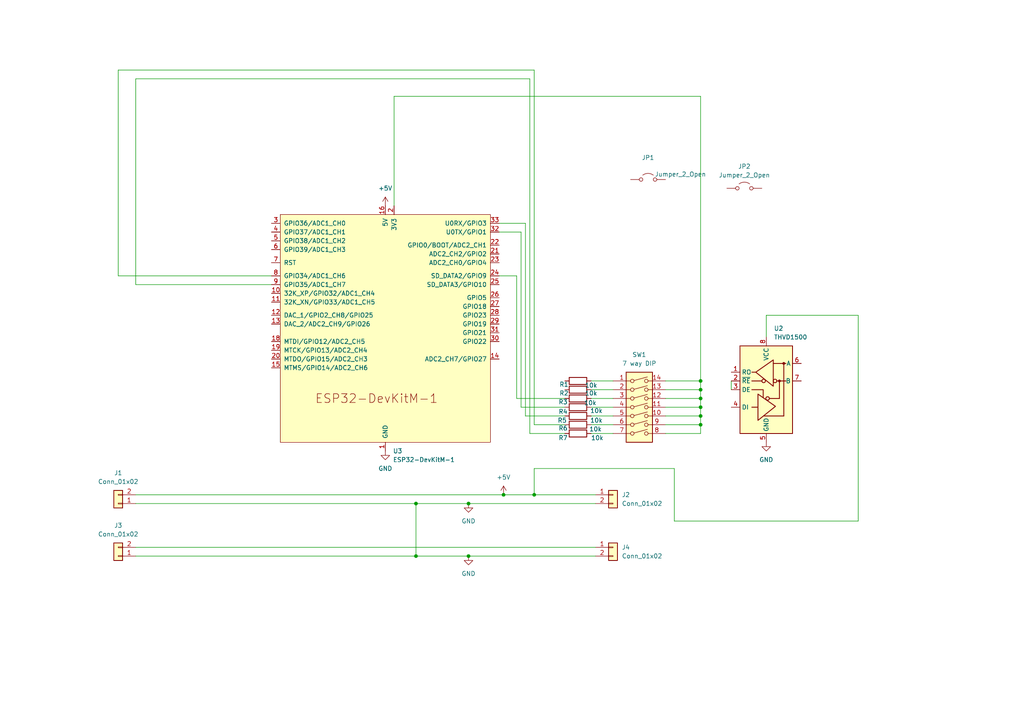
<source format=kicad_sch>
(kicad_sch (version 20231120) (generator "eeschema") (generator_version "8.0")
  (paper "A4")
  (lib_symbols
    (symbol "Connector_Generic:Conn_01x02" (pin_names (offset 1.016) hide)
      (property "Reference" "J" (at 0 2.54 0))
      (property "Value" "Conn_01x02" (at 0 -5.08 0))
      (symbol "Conn_01x02_1_1"
        (rectangle (start -1.27 -2.413) (end 0 -2.667) (stroke (width 0.1524)))
        (rectangle (start -1.27 0.127) (end 0 -0.127) (stroke (width 0.1524)))
        (rectangle (start -1.27 1.27) (end 1.27 -3.81) (stroke (width 0.254)) (fill (type background)))
        (pin passive line (at -5.08 0 0) (length 3.81) (name "Pin_1") (number "1"))
        (pin passive line (at -5.08 -2.54 0) (length 3.81) (name "Pin_2") (number "2"))
      )
    )
    (symbol "Device:R" (pin_numbers hide) (pin_names (offset 0))
      (property "Reference" "R" (at 2.032 0 90))
      (property "Value" "R" (at 0 0 90))
      (symbol "R_0_1"
        (rectangle (start -1.016 -2.54) (end 1.016 2.54) (stroke (width 0.254)))
      )
      (symbol "R_1_1"
        (pin passive line (at 0 3.81 270) (length 1.27) (name "~") (number "1"))
        (pin passive line (at 0 -3.81 90) (length 1.27) (name "~") (number "2"))
      )
    )
    (symbol "Interface_UART:THVD1500"
      (property "Reference" "U" (at -6.096 11.43 0))
      (property "Value" "THVD1500" (at 0.762 11.43 0))
      (symbol "THVD1500_0_1"
        (rectangle (start -7.62 12.7) (end 7.62 -12.7) (stroke (width 0.254)) (fill (type background)))
        (polyline (pts (xy -4.191 2.54) (xy -1.27 2.54)) (stroke (width 0.254)))
        (polyline (pts (xy -2.54 -5.08) (xy -4.191 -5.08)) (stroke (width 0.254)))
        (polyline (pts (xy -0.635 -7.62) (xy 5.08 -7.62)) (stroke (width 0.254)))
        (polyline (pts (xy 0.889 -2.54) (xy 3.81 -2.54)) (stroke (width 0.254)))
        (polyline (pts (xy 2.032 7.62) (xy 5.715 7.62)) (stroke (width 0.254)))
        (polyline (pts (xy 3.048 2.54) (xy 5.715 2.54)) (stroke (width 0.254)))
        (polyline (pts (xy 3.81 -2.54) (xy 3.81 2.54)) (stroke (width 0.254)))
        (polyline (pts (xy 5.08 -7.62) (xy 5.08 7.62)) (stroke (width 0.254)))
        (polyline (pts (xy -4.191 0) (xy -0.889 0) (xy -0.889 -2.286)) (stroke (width 0.254)))
        (polyline (pts (xy -3.175 5.08) (xy -4.191 5.08) (xy -4.064 5.08)) (stroke (width 0.254)))
        (polyline (pts (xy -2.413 -5.08) (xy -2.413 -1.27) (xy 2.667 -4.826) (xy -2.413 -8.89) (xy -2.413 -5.08)) (stroke (width 0.254)))
        (circle (center 0.381 -2.54) (radius 0.508) (stroke (width 0.254)))
        (circle (center 3.81 2.54) (radius 0.2794) (stroke (width 0.254)) (fill (type outline)))
      )
      (symbol "THVD1500_1_1"
        (circle (center -0.762 2.54) (radius 0.508) (stroke (width 0.254)))
        (polyline (pts (xy 2.032 4.826) (xy 2.032 8.636) (xy -3.048 5.08) (xy 2.032 1.016) (xy 2.032 4.826)) (stroke (width 0.254)))
        (circle (center 2.54 2.54) (radius 0.508) (stroke (width 0.254)))
        (circle (center 5.08 7.62) (radius 0.2794) (stroke (width 0.254)) (fill (type outline)))
        (pin output line (at -10.16 5.08 0) (length 2.54) (name "RO") (number "1"))
        (pin input line (at -10.16 2.54 0) (length 2.54) (name "~{RE}") (number "2"))
        (pin input line (at -10.16 0 0) (length 2.54) (name "DE") (number "3"))
        (pin input line (at -10.16 -5.08 0) (length 2.54) (name "DI") (number "4"))
        (pin power_in line (at 0 -15.24 90) (length 2.54) (name "GND") (number "5"))
        (pin bidirectional line (at 10.16 7.62 180) (length 2.54) (name "A") (number "6"))
        (pin bidirectional line (at 10.16 2.54 180) (length 2.54) (name "B") (number "7"))
        (pin power_in line (at 0 15.24 270) (length 2.54) (name "VCC") (number "8"))
      )
    )
    (symbol "Jumper:Jumper_2_Open" (pin_numbers hide) (pin_names (offset 0) hide) (exclude_from_sim yes)
      (property "Reference" "JP" (at 0 2.794 0))
      (property "Value" "Jumper_2_Open" (at 0 -2.286 0))
      (symbol "Jumper_2_Open_0_0"
        (circle (center -2.032 0) (radius 0.508))
        (circle (center 2.032 0) (radius 0.508))
      )
      (symbol "Jumper_2_Open_0_1"
        (arc (start 1.524 1.27) (mid 0 1.778) (end -1.524 1.27))
      )
      (symbol "Jumper_2_Open_1_1"
        (pin passive line (at -5.08 0 0) (length 2.54) (name "A") (number "1"))
        (pin passive line (at 5.08 0 180) (length 2.54) (name "B") (number "2"))
      )
    )
    (symbol "PCM_Espressif:ESP32-DevKitM-1" (pin_names (offset 1.016))
      (property "Reference" "U" (at -30.48 38.1 0))
      (property "Value" "ESP32-DevKitM-1" (at -30.48 35.56 0))
      (symbol "ESP32-DevKitM-1_0_1"
        (rectangle (start -30.48 33.02) (end 30.48 -33.02) (fill (type background)))
      )
      (symbol "ESP32-DevKitM-1_1_0"
        (text "ESP32-DevKitM-1" (at -2.54 -20.32 0) (effects (font (size 2.54 2.54))))
        (pin power_in line (at 0 -35.56 90) (length 2.54) (name "GND") (number "1"))
        (pin bidirectional line (at -33.02 10.16 0) (length 2.54) (name "32K_XP/GPIO32/ADC1_CH4") (number "10"))
        (pin bidirectional line (at -33.02 7.62 0) (length 2.54) (name "32K_XN/GPIO33/ADC1_CH5") (number "11"))
        (pin bidirectional line (at -33.02 3.81 0) (length 2.54) (name "DAC_1/GPIO2_CH8/GPIO25") (number "12"))
        (pin bidirectional line (at -33.02 1.27 0) (length 2.54) (name "DAC_2/ADC2_CH9/GPIO26") (number "13"))
        (pin power_in line (at 0 35.56 270) (length 2.54) (name "5V") (number "16"))
        (pin input line (at -33.02 30.48 0) (length 2.54) (name "GPIO36/ADC1_CH0") (number "3"))
        (pin input line (at -33.02 27.94 0) (length 2.54) (name "GPIO37/ADC1_CH1") (number "4"))
        (pin input line (at -33.02 25.4 0) (length 2.54) (name "GPIO38/ADC1_CH2") (number "5"))
        (pin input line (at -33.02 22.86 0) (length 2.54) (name "GPIO39/ADC1_CH3") (number "6"))
        (pin input line (at -33.02 19.05 0) (length 2.54) (name "RST") (number "7"))
        (pin input line (at -33.02 15.24 0) (length 2.54) (name "GPIO34/ADC1_CH6") (number "8"))
        (pin input line (at -33.02 12.7 0) (length 2.54) (name "GPIO35/ADC1_CH7") (number "9"))
      )
      (symbol "ESP32-DevKitM-1_1_1"
        (pin bidirectional line (at 33.02 -8.89 180) (length 2.54) (name "ADC2_CH7/GPIO27") (number "14"))
        (pin bidirectional line (at -33.02 -11.43 0) (length 2.54) (name "MTMS/GPIO14/ADC2_CH6") (number "15"))
        (pin passive line (at 0 -35.56 90) (length 2.54) hide (name "GND") (number "17"))
        (pin bidirectional line (at -33.02 -3.81 0) (length 2.54) (name "MTDI/GPIO12/ADC2_CH5") (number "18"))
        (pin bidirectional line (at -33.02 -6.35 0) (length 2.54) (name "MTCK/GPIO13/ADC2_CH4") (number "19"))
        (pin power_in line (at 2.54 35.56 270) (length 2.54) (name "3V3") (number "2"))
        (pin bidirectional line (at -33.02 -8.89 0) (length 2.54) (name "MTDO/GPIO15/ADC2_CH3") (number "20"))
        (pin bidirectional line (at 33.02 21.59 180) (length 2.54) (name "ADC2_CH2/GPIO2") (number "21"))
        (pin bidirectional line (at 33.02 24.13 180) (length 2.54) (name "GPIO0/BOOT/ADC2_CH1") (number "22"))
        (pin bidirectional line (at 33.02 19.05 180) (length 2.54) (name "ADC2_CH0/GPIO4") (number "23"))
        (pin bidirectional line (at 33.02 15.24 180) (length 2.54) (name "SD_DATA2/GPIO9") (number "24"))
        (pin bidirectional line (at 33.02 12.7 180) (length 2.54) (name "SD_DATA3/GPIO10") (number "25"))
        (pin bidirectional line (at 33.02 8.89 180) (length 2.54) (name "GPIO5") (number "26"))
        (pin bidirectional line (at 33.02 6.35 180) (length 2.54) (name "GPIO18") (number "27"))
        (pin bidirectional line (at 33.02 3.81 180) (length 2.54) (name "GPIO23") (number "28"))
        (pin bidirectional line (at 33.02 1.27 180) (length 2.54) (name "GPIO19") (number "29"))
        (pin bidirectional line (at 33.02 -3.81 180) (length 2.54) (name "GPIO22") (number "30"))
        (pin bidirectional line (at 33.02 -1.27 180) (length 2.54) (name "GPIO21") (number "31"))
        (pin bidirectional line (at 33.02 27.94 180) (length 2.54) (name "U0TX/GPIO1") (number "32"))
        (pin bidirectional line (at 33.02 30.48 180) (length 2.54) (name "U0RX/GPIO3") (number "33"))
        (pin passive line (at 0 -35.56 90) (length 2.54) hide (name "GND") (number "34"))
      )
    )
    (symbol "R_1" (pin_numbers hide) (pin_names (offset 0) hide)
      (property "Reference" "R" (at 2.032 0 90))
      (property "Value" "R" (at 0 0 90))
      (symbol "R_1_0_1"
        (rectangle (start -1.016 -2.54) (end 1.016 2.54) (stroke (width 0.254)))
      )
      (symbol "R_1_1_1"
        (pin passive line (at 0 3.81 270) (length 1.27) (name "~") (number "1"))
        (pin passive line (at 0 -3.81 90) (length 1.27) (name "~") (number "2"))
      )
    )
    (symbol "Switch:SW_DIP_x07" (pin_names (offset 0) hide)
      (property "Reference" "SW" (at 0 11.43 0))
      (property "Value" "SW_DIP_x07" (at 0 -11.43 0))
      (symbol "SW_DIP_x07_0_0"
        (circle (center -2.032 -7.62) (radius 0.508))
        (circle (center -2.032 -5.08) (radius 0.508))
        (circle (center -2.032 -2.54) (radius 0.508))
        (circle (center -2.032 0) (radius 0.508))
        (circle (center -2.032 2.54) (radius 0.508))
        (circle (center -2.032 5.08) (radius 0.508))
        (circle (center -2.032 7.62) (radius 0.508))
        (polyline (pts (xy -1.524 -7.4676) (xy 2.3622 -6.4262)))
        (polyline (pts (xy -1.524 -4.9276) (xy 2.3622 -3.8862)))
        (polyline (pts (xy -1.524 -2.413) (xy 2.3622 -1.3716)))
        (polyline (pts (xy -1.524 0.127) (xy 2.3622 1.1684)))
        (polyline (pts (xy -1.524 2.667) (xy 2.3622 3.7084)))
        (polyline (pts (xy -1.524 5.207) (xy 2.3622 6.2484)))
        (polyline (pts (xy -1.524 7.747) (xy 2.3622 8.7884)))
        (circle (center 2.032 -7.62) (radius 0.508))
        (circle (center 2.032 -5.08) (radius 0.508))
        (circle (center 2.032 -2.54) (radius 0.508))
        (circle (center 2.032 0) (radius 0.508))
        (circle (center 2.032 2.54) (radius 0.508))
        (circle (center 2.032 5.08) (radius 0.508))
        (circle (center 2.032 7.62) (radius 0.508))
      )
      (symbol "SW_DIP_x07_0_1"
        (rectangle (start -3.81 10.16) (end 3.81 -10.16) (stroke (width 0.254)) (fill (type background)))
      )
      (symbol "SW_DIP_x07_1_1"
        (pin passive line (at -7.62 7.62 0) (length 5.08) (name "~") (number "1"))
        (pin passive line (at 7.62 -2.54 180) (length 5.08) (name "~") (number "10"))
        (pin passive line (at 7.62 0 180) (length 5.08) (name "~") (number "11"))
        (pin passive line (at 7.62 2.54 180) (length 5.08) (name "~") (number "12"))
        (pin passive line (at 7.62 5.08 180) (length 5.08) (name "~") (number "13"))
        (pin passive line (at 7.62 7.62 180) (length 5.08) (name "~") (number "14"))
        (pin passive line (at -7.62 5.08 0) (length 5.08) (name "~") (number "2"))
        (pin passive line (at -7.62 2.54 0) (length 5.08) (name "~") (number "3"))
        (pin passive line (at -7.62 0 0) (length 5.08) (name "~") (number "4"))
        (pin passive line (at -7.62 -2.54 0) (length 5.08) (name "~") (number "5"))
        (pin passive line (at -7.62 -5.08 0) (length 5.08) (name "~") (number "6"))
        (pin passive line (at -7.62 -7.62 0) (length 5.08) (name "~") (number "7"))
        (pin passive line (at 7.62 -7.62 180) (length 5.08) (name "~") (number "8"))
        (pin passive line (at 7.62 -5.08 180) (length 5.08) (name "~") (number "9"))
      )
    )
    (symbol "power:+5V" (power) (pin_numbers hide) (pin_names (offset 0) hide)
      (property "Value" "+5V" (at 0 3.556 0))
      (symbol "+5V_0_1"
        (polyline (pts (xy -0.762 1.27) (xy 0 2.54)))
        (polyline (pts (xy 0 0) (xy 0 2.54)))
        (polyline (pts (xy 0 2.54) (xy 0.762 1.27)))
      )
      (symbol "+5V_1_1"
        (pin power_in line (at 0 0 90) (length 0) (name "~") (number "1"))
      )
    )
    (symbol "power:GND" (power) (pin_numbers hide) (pin_names (offset 0) hide)
      (property "Value" "GND" (at 0 -3.81 0))
      (symbol "GND_0_1"
        (polyline (pts (xy 0 0) (xy 0 -1.27) (xy 1.27 -1.27) (xy 0 -2.54) (xy -1.27 -1.27) (xy 0 -1.27)))
      )
      (symbol "GND_1_1"
        (pin power_in line (at 0 0 270) (length 0) (name "~") (number "1"))
      )
    )
  )
  (junction (at 146.05 143.51))
  (junction (at 154.94 143.51))
  (junction (at 203.2 115.57))
  (junction (at 203.2 118.11))
  (junction (at 120.65 161.29))
  (junction (at 203.2 123.19))
  (junction (at 203.2 110.49))
  (junction (at 120.65 146.05))
  (junction (at 135.89 161.29))
  (junction (at 203.2 120.65))
  (junction (at 135.89 146.05))
  (junction (at 203.2 113.03))
  (wire (pts (xy 135.89 161.29) (xy 172.72 161.29)))
  (wire (pts (xy 203.2 27.94) (xy 203.2 110.49)))
  (wire (pts (xy 39.37 82.55) (xy 39.37 22.86)))
  (wire (pts (xy 171.45 113.03) (xy 177.8 113.03)))
  (wire (pts (xy 193.04 125.73) (xy 203.2 125.73)))
  (wire (pts (xy 154.94 20.32) (xy 34.29 20.32)))
  (wire (pts (xy 152.4 64.77) (xy 152.4 120.65)))
  (wire (pts (xy 171.45 110.49) (xy 177.8 110.49)))
  (wire (pts (xy 34.29 20.32) (xy 34.29 80.01)))
  (wire (pts (xy 120.65 146.05) (xy 135.89 146.05)))
  (wire (pts (xy 154.94 135.89) (xy 154.94 143.51)))
  (wire (pts (xy 203.2 125.73) (xy 203.2 123.19)))
  (wire (pts (xy 163.83 123.19) (xy 154.94 123.19)))
  (wire (pts (xy 146.05 143.51) (xy 154.94 143.51)))
  (wire (pts (xy 212.09 110.49) (xy 212.09 113.03)))
  (wire (pts (xy 171.45 118.11) (xy 177.8 118.11)))
  (wire (pts (xy 154.94 20.32) (xy 154.94 123.19)))
  (wire (pts (xy 203.2 110.49) (xy 203.2 113.03)))
  (wire (pts (xy 203.2 118.11) (xy 203.2 120.65)))
  (wire (pts (xy 39.37 161.29) (xy 120.65 161.29)))
  (wire (pts (xy 203.2 115.57) (xy 203.2 118.11)))
  (wire (pts (xy 39.37 146.05) (xy 120.65 146.05)))
  (wire (pts (xy 149.86 80.01) (xy 149.86 115.57)))
  (wire (pts (xy 195.58 135.89) (xy 154.94 135.89)))
  (wire (pts (xy 193.04 123.19) (xy 203.2 123.19)))
  (wire (pts (xy 171.45 123.19) (xy 177.8 123.19)))
  (wire (pts (xy 135.89 146.05) (xy 172.72 146.05)))
  (wire (pts (xy 193.04 113.03) (xy 203.2 113.03)))
  (wire (pts (xy 248.92 91.44) (xy 248.92 151.13)))
  (wire (pts (xy 248.92 151.13) (xy 195.58 151.13)))
  (wire (pts (xy 153.67 125.73) (xy 163.83 125.73)))
  (wire (pts (xy 78.74 82.55) (xy 39.37 82.55)))
  (wire (pts (xy 171.45 120.65) (xy 177.8 120.65)))
  (wire (pts (xy 114.3 27.94) (xy 114.3 59.69)))
  (wire (pts (xy 144.78 80.01) (xy 149.86 80.01)))
  (wire (pts (xy 144.78 64.77) (xy 152.4 64.77)))
  (wire (pts (xy 203.2 113.03) (xy 203.2 115.57)))
  (wire (pts (xy 151.13 67.31) (xy 144.78 67.31)))
  (wire (pts (xy 154.94 143.51) (xy 172.72 143.51)))
  (wire (pts (xy 151.13 118.11) (xy 151.13 67.31)))
  (wire (pts (xy 171.45 115.57) (xy 177.8 115.57)))
  (wire (pts (xy 39.37 22.86) (xy 153.67 22.86)))
  (wire (pts (xy 193.04 110.49) (xy 203.2 110.49)))
  (wire (pts (xy 193.04 120.65) (xy 203.2 120.65)))
  (wire (pts (xy 193.04 115.57) (xy 203.2 115.57)))
  (wire (pts (xy 39.37 158.75) (xy 172.72 158.75)))
  (wire (pts (xy 171.45 125.73) (xy 177.8 125.73)))
  (wire (pts (xy 203.2 27.94) (xy 114.3 27.94)))
  (wire (pts (xy 222.25 91.44) (xy 248.92 91.44)))
  (wire (pts (xy 222.25 97.79) (xy 222.25 91.44)))
  (wire (pts (xy 193.04 118.11) (xy 203.2 118.11)))
  (wire (pts (xy 152.4 120.65) (xy 163.83 120.65)))
  (wire (pts (xy 163.83 118.11) (xy 151.13 118.11)))
  (wire (pts (xy 39.37 143.51) (xy 146.05 143.51)))
  (wire (pts (xy 153.67 22.86) (xy 153.67 125.73)))
  (wire (pts (xy 195.58 151.13) (xy 195.58 135.89)))
  (wire (pts (xy 120.65 161.29) (xy 135.89 161.29)))
  (wire (pts (xy 203.2 123.19) (xy 203.2 120.65)))
  (wire (pts (xy 34.29 80.01) (xy 78.74 80.01)))
  (wire (pts (xy 120.65 146.05) (xy 120.65 161.29)))
  (wire (pts (xy 149.86 115.57) (xy 163.83 115.57)))
  (symbol (lib_id "power:GND") (at 135.89 161.29 0) (unit 1)
    (property "Reference" "#PWR04" (effects (hide yes)))
    (property "Value" "GND" (at 135.89 166.37 0))
    (property "Description" "Power symbol creates a global label with name \"GND\" , ground" (effects (hide yes)))
  )
  (symbol (lib_id "Device:R") (at 167.64 120.65 90) (unit 1)
    (property "Reference" "R5" (at 163.068 121.92 90))
    (property "Value" "10k" (at 172.974 121.92 90))
    (property "Description" "Resistor" (effects (hide yes)))
  )
  (symbol (lib_id "Device:R") (at 167.64 115.57 90) (unit 1)
    (property "Reference" "R3" (at 163.322 116.586 90))
    (property "Value" "10k" (at 171.196 116.84 90))
    (property "Description" "Resistor" (effects (hide yes)))
  )
  (symbol (lib_id "Connector_Generic:Conn_01x02") (at 177.8 143.51 0) (unit 1)
    (property "Reference" "J2" (at 180.34 143.5099 0) (effects (justify left)))
    (property "Value" "Conn_01x02" (at 180.34 146.0499 0) (effects (justify left)))
    (property "Description" "Generic connector, single row, 01x02, script generated (kicad-library-utils/schlib/autogen/connector/)" (effects (hide yes)))
  )
  (symbol (lib_id "Device:R") (at 167.64 113.03 90) (unit 1)
    (property "Reference" "R2" (at 163.576 114.046 90))
    (property "Value" "10k" (at 171.45 114.046 90))
    (property "Description" "Resistor" (effects (hide yes)))
  )
  (symbol (lib_id "Device:R") (at 167.64 123.19 90) (unit 1)
    (property "Reference" "R6" (at 163.322 124.206 90))
    (property "Value" "10k" (at 172.72 124.46 90))
    (property "Description" "Resistor" (effects (hide yes)))
  )
  (symbol (lib_id "Connector_Generic:Conn_01x02") (at 34.29 161.29 180) (unit 1)
    (property "Reference" "J3" (at 34.29 152.4 0))
    (property "Value" "Conn_01x02" (at 34.29 154.94 0))
    (property "Description" "Generic connector, single row, 01x02, script generated (kicad-library-utils/schlib/autogen/connector/)" (effects (hide yes)))
  )
  (symbol (lib_id "PCM_Espressif:ESP32-DevKitM-1") (at 111.76 95.25 0) (unit 1)
    (property "Reference" "U3" (at 113.9541 130.81 0) (effects (justify left)))
    (property "Value" "ESP32-DevKitM-1" (at 113.9541 133.35 0) (effects (justify left)))
    (property "Footprint" "PCM_Espressif:ESP32-DevKitM-1" (effects (hide yes)))
    (property "Datasheet" "https://docs.espressif.com/projects/esp-idf/zh_CN/latest/esp32/hw-reference/esp32/user-guide-devkitm-1.html" (effects (hide yes)))
    (property "Description" "Development Kit" (effects (hide yes)))
  )
  (symbol (lib_id "power:+5V") (at 111.76 59.69 0) (unit 1)
    (property "Reference" "#PWR05" (effects (hide yes)))
    (property "Value" "+5V" (at 111.76 54.61 0))
    (property "Description" "Power symbol creates a global label with name \"+5V\"" (effects (hide yes)))
  )
  (symbol (lib_id "Jumper:Jumper_2_Open") (at 215.9 54.61 0) (unit 1) (exclude_from_sim yes)
    (property "Reference" "JP2" (at 215.9 48.26 0))
    (property "Value" "Jumper_2_Open" (at 215.9 50.8 0))
    (property "Description" "Jumper, 2-pole, open" (effects (hide yes)))
  )
  (symbol (lib_id "power:GND") (at 222.25 128.27 0) (unit 1)
    (property "Reference" "#PWR02" (effects (hide yes)))
    (property "Value" "GND" (at 222.25 133.35 0))
    (property "Description" "Power symbol creates a global label with name \"GND\" , ground" (effects (hide yes)))
  )
  (symbol (lib_id "power:GND") (at 111.76 130.81 0) (unit 1)
    (property "Reference" "#PWR01" (effects (hide yes)))
    (property "Value" "GND" (at 111.76 135.89 0))
    (property "Description" "Power symbol creates a global label with name \"GND\" , ground" (effects (hide yes)))
  )
  (symbol (lib_id "Switch:SW_DIP_x07") (at 185.42 118.11 0) (unit 1)
    (property "Reference" "SW1" (at 185.42 102.87 0))
    (property "Value" "7 way DIP" (at 185.42 105.41 0))
    (property "Description" "7x DIP Switch, Single Pole Single Throw (SPST) switch, small symbol" (effects (hide yes)))
  )
  (symbol (lib_name "R_1") (lib_id "Device:R") (at 167.64 125.73 90) (unit 1)
    (property "Reference" "R7" (at 163.322 127 90))
    (property "Value" "10k" (at 173.228 127 90))
    (property "Description" "Resistor" (effects (hide yes)))
  )
  (symbol (lib_id "Jumper:Jumper_2_Open") (at 187.96 52.07 0) (unit 1) (exclude_from_sim yes)
    (property "Reference" "JP1" (at 187.96 45.72 0))
    (property "Value" "Jumper_2_Open" (at 197.358 50.546 0))
    (property "Description" "Jumper, 2-pole, open" (effects (hide yes)))
  )
  (symbol (lib_id "Connector_Generic:Conn_01x02") (at 34.29 146.05 180) (unit 1)
    (property "Reference" "J1" (at 34.29 137.16 0))
    (property "Value" "Conn_01x02" (at 34.29 139.7 0))
    (property "Description" "Generic connector, single row, 01x02, script generated (kicad-library-utils/schlib/autogen/connector/)" (effects (hide yes)))
  )
  (symbol (lib_id "Connector_Generic:Conn_01x02") (at 177.8 158.75 0) (unit 1)
    (property "Reference" "J4" (at 180.34 158.7499 0) (effects (justify left)))
    (property "Value" "Conn_01x02" (at 180.34 161.2899 0) (effects (justify left)))
    (property "Description" "Generic connector, single row, 01x02, script generated (kicad-library-utils/schlib/autogen/connector/)" (effects (hide yes)))
  )
  (symbol (lib_id "power:+5V") (at 146.05 143.51 0) (unit 1)
    (property "Reference" "#PWR06" (effects (hide yes)))
    (property "Value" "+5V" (at 146.05 138.43 0))
    (property "Description" "Power symbol creates a global label with name \"+5V\"" (effects (hide yes)))
  )
  (symbol (lib_id "Device:R") (at 167.64 118.11 90) (unit 1)
    (property "Reference" "R4" (at 163.322 119.38 90))
    (property "Value" "10k" (at 172.974 119.126 90))
    (property "Description" "Resistor" (effects (hide yes)))
  )
  (symbol (lib_id "Device:R") (at 167.64 110.49 90) (unit 1)
    (property "Reference" "R1" (at 163.576 111.506 90))
    (property "Value" "10k" (at 171.45 111.76 90))
    (property "Description" "Resistor" (effects (hide yes)))
  )
  (symbol (lib_id "Interface_UART:THVD1500") (at 222.25 113.03 0) (unit 1)
    (property "Reference" "U2" (at 224.4441 95.25 0) (effects (justify left)))
    (property "Value" "THVD1500" (at 224.4441 97.79 0) (effects (justify left)))
    (property "Footprint" "Package_SO:SOIC-8_3.9x4.9mm_P1.27mm" (effects (hide yes)))
    (property "Datasheet" "https://www.ti.com/lit/ds/symlink/thvd1500.pdf" (effects (hide yes)))
    (property "Description" "Half duplex RS-485, 500 Kbps, 4.5V - 5.5V supply, ±8kV electro-static discharge (ESD) protection, with receiver/driver enable, SOIC-8" (effects (hide yes)))
  )
  (symbol (lib_id "power:GND") (at 135.89 146.05 0) (unit 1)
    (property "Reference" "#PWR03" (effects (hide yes)))
    (property "Value" "GND" (at 135.89 151.13 0))
    (property "Description" "Power symbol creates a global label with name \"GND\" , ground" (effects (hide yes)))
  )
)
</source>
